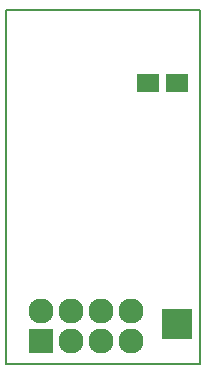
<source format=gbr>
G04 #@! TF.FileFunction,Soldermask,Top*
%FSLAX46Y46*%
G04 Gerber Fmt 4.6, Leading zero omitted, Abs format (unit mm)*
G04 Created by KiCad (PCBNEW 4.0.1-3.201512221401+6198~38~ubuntu15.10.1-stable) date søn 24 jan 2016 12:57:00 CET*
%MOMM*%
G01*
G04 APERTURE LIST*
%ADD10C,0.100000*%
%ADD11C,0.150000*%
%ADD12R,2.127200X2.127200*%
%ADD13O,2.127200X2.127200*%
%ADD14R,1.900000X1.650000*%
%ADD15R,2.635200X2.635200*%
G04 APERTURE END LIST*
D10*
D11*
X16711600Y-14900000D02*
X16711600Y-44900000D01*
X33170800Y-14900000D02*
X16711600Y-14900000D01*
X33170800Y-44900000D02*
X33170800Y-14900000D01*
X16711600Y-44900000D02*
X33170800Y-44900000D01*
D12*
X19658000Y-42960000D03*
D13*
X19658000Y-40420000D03*
X22198000Y-42960000D03*
X22198000Y-40420000D03*
X24738000Y-42960000D03*
X24738000Y-40420000D03*
X27278000Y-42960000D03*
X27278000Y-40420000D03*
D14*
X31220400Y-21065200D03*
X28720400Y-21065200D03*
D15*
X31189600Y-41537600D03*
M02*

</source>
